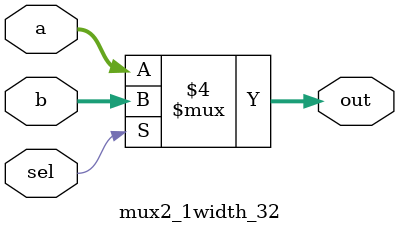
<source format=v>
`timescale 1ns / 1ps


module mux2_1width_32(sel, a, b,
    out
    );
    input sel;
    input [31:0] a, b;
    output reg[31:0] out;
    always @(sel , a, b)
        if(!sel)
            out = a;
        else
            out = b;
endmodule

</source>
